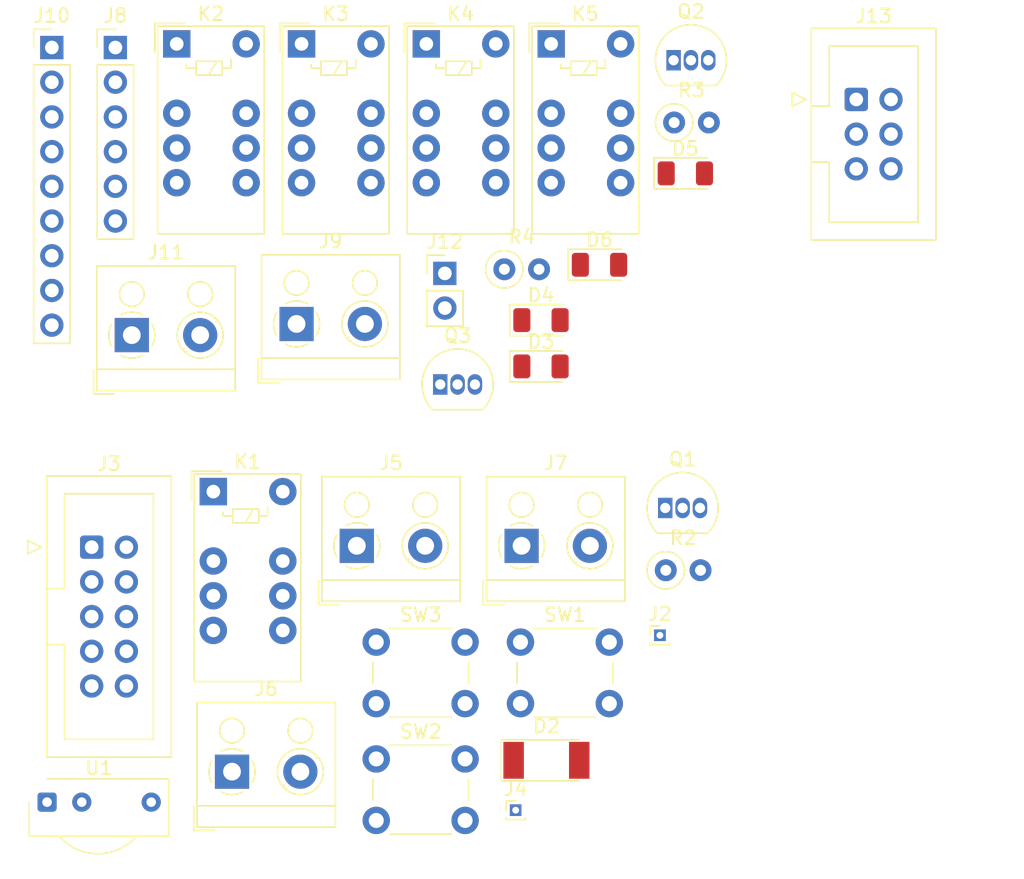
<source format=kicad_pcb>
(kicad_pcb (version 20211014) (generator pcbnew)
  (layers (0 "F.Cu" signal) (31 "B.Cu" signal) (34 "B.Paste" user) (35 "F.Paste" user) (36 "B.SilkS" user "B.Silkscreen") (37 "F.SilkS" user "F.Silkscreen") (38 "B.Mask" user) (39 "F.Mask" user) (44 "Edge.Cuts" user))
  (net 0 "")
  (net 1 "Net-(D2-Pad2)")
  (net 2 "/control_board/5V_RPI")
  (net 3 "Net-(D3-Pad2)")
  (net 4 "/out_selector_and_mute/5V_SWITCH")
  (net 5 "Net-(D5-Pad2)")
  (net 6 "/control_board/GPIO22")
  (net 7 "/control_board/GPIO27")
  (net 8 "/control_board/GPIO18")
  (net 9 "/control_board/GPIO15")
  (net 10 "/control_board/GPIO9")
  (net 11 "/control_board/GPIO23")
  (net 12 "/control_board/GPIO17")
  (net 13 "GND")
  (net 14 "Net-(J6-Pad2)")
  (net 15 "Net-(J7-Pad2)")
  (net 16 "Net-(J7-Pad1)")
  (net 17 "Net-(Q1-Pad2)")
  (net 18 "Net-(Q2-Pad2)")
  (net 19 "Net-(Q3-Pad2)")
  (footprint "Diode_SMD:D_MELF" (layer "F.Cu") (at 135.89 110.49)
    (fp_text reference "D2" (at 0 -2.5) (layer "F.SilkS"))
    (fp_text value "1N4004")
    (fp_line (start 2.4 -1.5) (end -3.3 -1.5) (layer "F.SilkS") (width 0.12))
    (fp_line (start -3.3 -1.5) (end -3.3 1.5) (layer "F.SilkS") (width 0.12))
    (fp_line (start -3.3 1.5) (end 2.4 1.5) (layer "F.SilkS") (width 0.12))
    (pad "1" smd rect locked (at -2.4 0) (size 1.5 2.7) (layers "F.Cu" "F.Paste" "F.Mask") (net 2 "/control_board/5V_RPI"))
    (pad "2" smd rect locked (at 2.4 0) (size 1.5 2.7) (layers "F.Cu" "F.Paste" "F.Mask") (net 1 "Net-(D2-Pad2)"))
  )
  (footprint "Diode_SMD:D_1206_3216Metric" (layer "F.Cu") (at 135.49 81.66)
    (fp_text reference "D3" (at 0 -1.82) (layer "F.SilkS"))
    (fp_text value "1N4004")
    (fp_line (start -2.285 1.135) (end 1.6 1.135) (layer "F.SilkS") (width 0.12))
    (fp_line (start 1.6 -1.135) (end -2.285 -1.135) (layer "F.SilkS") (width 0.12))
    (fp_line (start -2.285 -1.135) (end -2.285 1.135) (layer "F.SilkS") (width 0.12))
    (pad "1" smd roundrect locked (at -1.4 0) (size 1.25 1.75) (layers "F.Cu" "F.Paste" "F.Mask") (roundrect_rratio 0.2) (net 4 "/out_selector_and_mute/5V_SWITCH"))
    (pad "2" smd roundrect locked (at 1.4 0) (size 1.25 1.75) (layers "F.Cu" "F.Paste" "F.Mask") (roundrect_rratio 0.2) (net 3 "Net-(D3-Pad2)"))
  )
  (footprint "Diode_SMD:D_1206_3216Metric" (layer "F.Cu") (at 135.49 78.27)
    (fp_text reference "D4" (at 0 -1.82) (layer "F.SilkS"))
    (fp_text value "1N4004")
    (fp_line (start -2.285 -1.135) (end -2.285 1.135) (layer "F.SilkS") (width 0.12))
    (fp_line (start -2.285 1.135) (end 1.6 1.135) (layer "F.SilkS") (width 0.12))
    (fp_line (start 1.6 -1.135) (end -2.285 -1.135) (layer "F.SilkS") (width 0.12))
    (pad "1" smd roundrect locked (at -1.4 0) (size 1.25 1.75) (layers "F.Cu" "F.Paste" "F.Mask") (roundrect_rratio 0.2) (net 4 "/out_selector_and_mute/5V_SWITCH"))
    (pad "2" smd roundrect locked (at 1.4 0) (size 1.25 1.75) (layers "F.Cu" "F.Paste" "F.Mask") (roundrect_rratio 0.2) (net 3 "Net-(D3-Pad2)"))
  )
  (footprint "Diode_SMD:D_1206_3216Metric" (layer "F.Cu") (at 146.05 67.53)
    (fp_text reference "D5" (at 0 -1.82) (layer "F.SilkS"))
    (fp_text value "1N4004")
    (fp_line (start -2.285 -1.135) (end -2.285 1.135) (layer "F.SilkS") (width 0.12))
    (fp_line (start 1.6 -1.135) (end -2.285 -1.135) (layer "F.SilkS") (width 0.12))
    (fp_line (start -2.285 1.135) (end 1.6 1.135) (layer "F.SilkS") (width 0.12))
    (pad "1" smd roundrect locked (at -1.4 0) (size 1.25 1.75) (layers "F.Cu" "F.Paste" "F.Mask") (roundrect_rratio 0.2) (net 4 "/out_selector_and_mute/5V_SWITCH"))
    (pad "2" smd roundrect locked (at 1.4 0) (size 1.25 1.75) (layers "F.Cu" "F.Paste" "F.Mask") (roundrect_rratio 0.2) (net 5 "Net-(D5-Pad2)"))
  )
  (footprint "Diode_SMD:D_1206_3216Metric" (layer "F.Cu") (at 139.77 74.22)
    (fp_text reference "D6" (at 0 -1.82) (layer "F.SilkS"))
    (fp_text value "1N4004")
    (fp_line (start -2.285 1.135) (end 1.6 1.135) (layer "F.SilkS") (width 0.12))
    (fp_line (start -2.285 -1.135) (end -2.285 1.135) (layer "F.SilkS") (width 0.12))
    (fp_line (start 1.6 -1.135) (end -2.285 -1.135) (layer "F.SilkS") (width 0.12))
    (pad "1" smd roundrect locked (at -1.4 0) (size 1.25 1.75) (layers "F.Cu" "F.Paste" "F.Mask") (roundrect_rratio 0.2) (net 4 "/out_selector_and_mute/5V_SWITCH"))
    (pad "2" smd roundrect locked (at 1.4 0) (size 1.25 1.75) (layers "F.Cu" "F.Paste" "F.Mask") (roundrect_rratio 0.2) (net 5 "Net-(D5-Pad2)"))
  )
  (footprint "Connector_PinHeader_1.00mm:PinHeader_1x01_P1.00mm_Vertical" (layer "F.Cu") (at 144.19 101.34)
    (fp_text reference "J2" (at 0 -1.56) (layer "F.SilkS"))
    (fp_text value "GPIO_To_Power_off_btn")
    (fp_line (start 0.695 0.685) (end 0.695 0.56) (layer "F.SilkS") (width 0.12))
    (fp_line (start -0.695 0.685) (end -0.695 0.56) (layer "F.SilkS") (width 0.12))
    (fp_line (start -0.695 -0.685) (end 0 -0.685) (layer "F.SilkS") (width 0.12))
    (fp_line (start 0.608276 0.685) (end 0.695 0.685) (layer "F.SilkS") (width 0.12))
    (fp_line (start -0.695 0.685) (end 0.695 0.685) (layer "F.SilkS") (width 0.12))
    (fp_line (start -0.695 0.685) (end -0.608276 0.685) (layer "F.SilkS") (width 0.12))
    (fp_line (start -0.695 0) (end -0.695 -0.685) (layer "F.SilkS") (width 0.12))
    (pad "1" thru_hole rect locked (at 0 0) (size 0.85 0.85) (drill 0.5) (layers *.Cu *.Mask) (net 6 "/control_board/GPIO22"))
  )
  (footprint "Connector_IDC:IDC-Header_2x05_P2.54mm_Vertical" (layer "F.Cu") (at 102.625 94.89)
    (fp_text reference "J3" (at 1.27 -6.1) (layer "F.SilkS"))
    (fp_text value "To_RPI_GPIO")
    (fp_line (start -1.98 7.13) (end -3.29 7.13) (layer "F.SilkS") (width 0.12))
    (fp_line (start -4.68 0.5) (end -3.68 0) (layer "F.SilkS") (width 0.12))
    (fp_line (start -3.29 3.03) (end -1.98 3.03) (layer "F.SilkS") (width 0.12))
    (fp_line (start -1.98 14.07) (end -1.98 7.13) (layer "F.SilkS") (width 0.12))
    (fp_line (start -1.98 7.13) (end -1.98 7.13) (layer "F.SilkS") (width 0.12))
    (fp_line (start -1.98 -3.91) (end 4.52 -3.91) (layer "F.SilkS") (width 0.12))
    (fp_line (start -3.68 0) (end -4.68 -0.5) (layer "F.SilkS") (width 0.12))
    (fp_line (start 4.52 -3.91) (end 4.52 14.07) (layer "F.SilkS") (width 0.12))
    (fp_line (start -3.29 15.37) (end -3.29 -5.21) (layer "F.SilkS") (width 0.12))
    (fp_line (start 5.83 -5.21) (end 5.83 15.37) (layer "F.SilkS") (width 0.12))
    (fp_line (start -4.68 -0.5) (end -4.68 0.5) (layer "F.SilkS") (width 0.12))
    (fp_line (start -1.98 3.03) (end -1.98 -3.91) (layer "F.SilkS") (width 0.12))
    (fp_line (start 5.83 15.37) (end -3.29 15.37) (layer "F.SilkS") (width 0.12))
    (fp_line (start 4.52 14.07) (end -1.98 14.07) (layer "F.SilkS") (width 0.12))
    (fp_line (start -3.29 -5.21) (end 5.83 -5.21) (layer "F.SilkS") (width 0.12))
    (pad "1" thru_hole roundrect locked (at 0 0) (size 1.7 1.7) (drill 1) (layers *.Cu *.Mask) (roundrect_rratio 0.147059) (net 13 "GND"))
    (pad "2" thru_hole circle locked (at 2.54 0) (size 1.7 1.7) (drill 1) (layers *.Cu *.Mask) (net 9 "/control_board/GPIO15"))
    (pad "3" thru_hole circle locked (at 0 2.54) (size 1.7 1.7) (drill 1) (layers *.Cu *.Mask) (net 12 "/control_board/GPIO17"))
    (pad "4" thru_hole circle locked (at 2.54 2.54) (size 1.7 1.7) (drill 1) (layers *.Cu *.Mask) (net 8 "/control_board/GPIO18"))
    (pad "5" thru_hole circle locked (at 0 5.08) (size 1.7 1.7) (drill 1) (layers *.Cu *.Mask))
    (pad "6" thru_hole circle locked (at 2.54 5.08) (size 1.7 1.7) (drill 1) (layers *.Cu *.Mask) (net 7 "/control_board/GPIO27"))
    (pad "7" thru_hole circle locked (at 0 7.62) (size 1.7 1.7) (drill 1) (layers *.Cu *.Mask) (net 11 "/control_board/GPIO23"))
    (pad "8" thru_hole circle locked (at 2.54 7.62) (size 1.7 1.7) (drill 1) (layers *.Cu *.Mask) (net 6 "/control_board/GPIO22"))
    (pad "9" thru_hole circle locked (at 0 10.16) (size 1.7 1.7) (drill 1) (layers *.Cu *.Mask) (net 10 "/control_board/GPIO9"))
    (pad "10" thru_hole circle locked (at 2.54 10.16) (size 1.7 1.7) (drill 1) (layers *.Cu *.Mask))
  )
  (footprint "Connector_PinHeader_1.00mm:PinHeader_1x01_P1.00mm_Vertical" (layer "F.Cu") (at 133.64 114.14)
    (fp_text reference "J4" (at 0 -1.56) (layer "F.SilkS"))
    (fp_text value "GPIO_To_Selector_Brd")
    (fp_line (start 0.608276 0.685) (end 0.695 0.685) (layer "F.SilkS") (width 0.12))
    (fp_line (start -0.695 -0.685) (end 0 -0.685) (layer "F.SilkS") (width 0.12))
    (fp_line (start -0.695 0.685) (end -0.608276 0.685) (layer "F.SilkS") (width 0.12))
    (fp_line (start -0.695 0) (end -0.695 -0.685) (layer "F.SilkS") (width 0.12))
    (fp_line (start 0.695 0.685) (end 0.695 0.56) (layer "F.SilkS") (width 0.12))
    (fp_line (start -0.695 0.685) (end -0.695 0.56) (layer "F.SilkS") (width 0.12))
    (fp_line (start -0.695 0.685) (end 0.695 0.685) (layer "F.SilkS") (width 0.12))
    (pad "1" thru_hole rect locked (at 0 0) (size 0.85 0.85) (drill 0.5) (layers *.Cu *.Mask) (net 10 "/control_board/GPIO9"))
  )
  (footprint "TerminalBlock_RND:TerminalBlock_RND_205-00001_1x02_P5.00mm_Horizontal" (layer "F.Cu") (at 122.02 94.79)
    (fp_text reference "J5" (at 2.5 -6.06) (layer "F.SilkS"))
    (fp_text value "POWER_IN")
    (fp_line (start 6.275 -1.069) (end 6.181 -0.976) (layer "F.SilkS") (width 0.12))
    (fp_line (start -2.56 -5.06) (end -2.56 4.06) (layer "F.SilkS") (width 0.12))
    (fp_line (start -2.8 2.56) (end -2.8 4.3) (layer "F.SilkS") (width 0.12))
    (fp_line (start -2.56 -5.06) (end 7.56 -5.06) (layer "F.SilkS") (width 0.12))
    (fp_line (start 6.07 -1.275) (end 6.011 -1.216) (layer "F.SilkS") (width 0.12))
    (fp_line (start -2.56 4.06) (end 7.56 4.06) (layer "F.SilkS") (width 0.12))
    (fp_line (start 3.99 1.216) (end 3.931 1.274) (layer "F.SilkS") (width 0.12))
    (fp_line (start 3.82 0.976) (end 3.726 1.069) (layer "F.SilkS") (width 0.12))
    (fp_line (start -2.56 2.5) (end 7.56 2.5) (layer "F.SilkS") (width 0.12))
    (fp_line (start -2.8 4.3) (end -1.3 4.3) (layer "F.SilkS") (width 0.12))
    (fp_line (start 7.56 -5.06) (end 7.56 4.06) (layer "F.SilkS") (width 0.12))
    (fp_arc (start 0.788712 1.483352) (mid 0.406429 1.630097) (end 0 1.68) (layer "F.SilkS") (width 0.12))
    (fp_arc (start 0.029383 1.68045) (mid -0.392304 1.634281) (end -0.789 1.484) (layer "F.SilkS") (width 0.12))
    (fp_arc (start -1.483953 0.789089) (mid -1.680708 0.00005) (end -1.484 -0.789) (layer "F.SilkS") (width 0.12))
    (fp_arc (start -0.789089 -1.483953) (mid -0.00005 -1.680708) (end 0.789 -1.484) (layer "F.SilkS") (width 0.12))
    (fp_arc (start 1.483953 -0.789089) (mid 1.680708 -0.00005) (end 1.484 0.789) (layer "F.SilkS") (width 0.12))
    (fp_circle (center 0 -3) (end 0.9 -3) (layer "F.SilkS") (width 0.12) (fill none))
    (fp_circle (center 5 -3) (end 5.9 -3) (layer "F.SilkS") (width 0.12) (fill none))
    (fp_circle (center 5 0) (end 6.68 0) (layer "F.SilkS") (width 0.12) (fill none))
    (pad "1" thru_hole rect locked (at 0 0) (size 2.5 2.5) (drill 1.3) (layers *.Cu *.Mask) (net 13 "GND"))
    (pad "2" thru_hole circle locked (at 5 0) (size 2.5 2.5) (drill 1.3) (layers *.Cu *.Mask) (net 2 "/control_board/5V_RPI"))
  )
  (footprint "TerminalBlock_RND:TerminalBlock_RND_205-00001_1x02_P5.00mm_Horizontal" (layer "F.Cu") (at 112.89 111.32)
    (fp_text reference "J6" (at 2.5 -6.06) (layer "F.SilkS"))
    (fp_text value "POWER_OUT")
    (fp_line (start -2.56 -5.06) (end -2.56 4.06) (layer "F.SilkS") (width 0.12))
    (fp_line (start -2.8 2.56) (end -2.8 4.3) (layer "F.SilkS") (width 0.12))
    (fp_line (start 3.82 0.976) (end 3.726 1.069) (layer "F.SilkS") (width 0.12))
    (fp_line (start 6.275 -1.069) (end 6.181 -0.976) (layer "F.SilkS") (width 0.12))
    (fp_line (start -2.56 4.06) (end 7.56 4.06) (layer "F.SilkS") (width 0.12))
    (fp_line (start 7.56 -5.06) (end 7.56 4.06) (layer "F.SilkS") (width 0.12))
    (fp_line (start -2.56 2.5) (end 7.56 2.5) (layer "F.SilkS") (width 0.12))
    (fp_line (start 6.07 -1.275) (end 6.011 -1.216) (layer "F.SilkS") (width 0.12))
    (fp_line (start -2.8 4.3) (end -1.3 4.3) (layer "F.SilkS") (width 0.12))
    (fp_line (start 3.99 1.216) (end 3.931 1.274) (layer "F.SilkS") (width 0.12))
    (fp_line (start -2.56 -5.06) (end 7.56 -5.06) (layer "F.SilkS") (width 0.12))
    (fp_arc (start 1.483953 -0.789089) (mid 1.680708 -0.00005) (end 1.484 0.789) (layer "F.SilkS") (width 0.12))
    (fp_arc (start 0.029383 1.68045) (mid -0.392304 1.634281) (end -0.789 1.484) (layer "F.SilkS") (width 0.12))
    (fp_arc (start -0.789089 -1.483953) (mid -0.00005 -1.680708) (end 0.789 -1.484) (layer "F.SilkS") (width 0.12))
    (fp_arc (start 0.788712 1.483352) (mid 0.406429 1.630097) (end 0 1.68) (layer "F.SilkS") (width 0.12))
    (fp_arc (start -1.483953 0.789089) (mid -1.680708 0.00005) (end -1.484 -0.789) (layer "F.SilkS") (width 0.12))
    (fp_circle (center 5 0) (end 6.68 0) (layer "F.SilkS") (width 0.12) (fill none))
    (fp_circle (center 0 -3) (end 0.9 -3) (layer "F.SilkS") (width 0.12) (fill none))
    (fp_circle (center 5 -3) (end 5.9 -3) (layer "F.SilkS") (width 0.12) (fill none))
    (pad "1" thru_hole rect locked (at 0 0) (size 2.5 2.5) (drill 1.3) (layers *.Cu *.Mask) (net 13 "GND"))
    (pad "2" thru_hole circle locked (at 5 0) (size 2.5 2.5) (drill 1.3) (layers *.Cu *.Mask) (net 14 "Net-(J6-Pad2)"))
  )
  (footprint "TerminalBlock_RND:TerminalBlock_RND_205-00001_1x02_P5.00mm_Horizontal" (layer "F.Cu") (at 134.07 94.79)
    (fp_text reference "J7" (at 2.5 -6.06) (layer "F.SilkS"))
    (fp_text value "220_IN_OUT")
    (fp_line (start -2.8 4.3) (end -1.3 4.3) (layer "F.SilkS") (width 0.12))
    (fp_line (start -2.8 2.56) (end -2.8 4.3) (layer "F.SilkS") (width 0.12))
    (fp_line (start -2.56 4.06) (end 7.56 4.06) (layer "F.SilkS") (width 0.12))
    (fp_line (start -2.56 2.5) (end 7.56 2.5) (layer "F.SilkS") (width 0.12))
    (fp_line (start -2.56 -5.06) (end -2.56 4.06) (layer "F.SilkS") (width 0.12))
    (fp_line (start 7.56 -5.06) (end 7.56 4.06) (layer "F.SilkS") (width 0.12))
    (fp_line (start 6.07 -1.275) (end 6.011 -1.216) (layer "F.SilkS") (width 0.12))
    (fp_line (start -2.56 -5.06) (end 7.56 -5.06) (layer "F.SilkS") (width 0.12))
    (fp_line (start 6.275 -1.069) (end 6.181 -0.976) (layer "F.SilkS") (width 0.12))
    (fp_line (start 3.82 0.976) (end 3.726 1.069) (layer "F.SilkS") (width 0.12))
    (fp_line (start 3.99 1.216) (end 3.931 1.274) (layer "F.SilkS") (width 0.12))
    (fp_arc (start -0.789089 -1.483953) (mid -0.00005 -1.680708) (end 0.789 -1.484) (layer "F.SilkS") (width 0.12))
    (fp_arc (start 0.788712 1.483352) (mid 0.406429 1.630097) (end 0 1.68) (layer "F.SilkS") (width 0.12))
    (fp_arc (start -1.483953 0.789089) (mid -1.680708 0.00005) (end -1.484 -0.789) (layer "F.SilkS") (width 0.12))
    (fp_arc (start 0.029383 1.68045) (mid -0.392304 1.634281) (end -0.789 1.484) (layer "F.SilkS") (width 0.12))
    (fp_arc (start 1.483953 -0.789089) (mid 1.680708 -0.00005) (end 1.484 0.789) (layer "F.SilkS") (width 0.12))
    (fp_circle (center 0 -3) (end 0.9 -3) (layer "F.SilkS") (width 0.12) (fill none))
    (fp_circle (center 5 -3) (end 5.9 -3) (layer "F.SilkS") (width 0.12) (fill none))
    (fp_circle (center 5 0) (end 6.68 0) (layer "F.SilkS") (width 0.12) (fill none))
    (pad "1" thru_hole rect locked (at 0 0) (size 2.5 2.5) (drill 1.3) (layers *.Cu *.Mask) (net 16 "Net-(J7-Pad1)"))
    (pad "2" thru_hole circle locked (at 5 0) (size 2.5 2.5) (drill 1.3) (layers *.Cu *.Mask) (net 15 "Net-(J7-Pad2)"))
  )
  (footprint "Connector_PinHeader_2.54mm:PinHeader_1x06_P2.54mm_Vertical" (layer "F.Cu") (at 104.36 58.32)
    (fp_text reference "J8" (at 0 -2.33) (layer "F.SilkS"))
    (fp_text value "Mute_dac")
    (fp_line (start -1.33 1.27) (end -1.33 14.03) (layer "F.SilkS") (width 0.12))
    (fp_line (start -1.33 1.27) (end 1.33 1.27) (layer "F.SilkS") (width 0.12))
    (fp_line (start -1.33 0) (end -1.33 -1.33) (layer "F.SilkS") (width 0.12))
    (fp_line (start -1.33 -1.33) (end 0 -1.33) (layer "F.SilkS") (width 0.12))
    (fp_line (start 1.33 1.27) (end 1.33 14.03) (layer "F.SilkS") (width 0.12))
    (fp_line (start -1.33 14.03) (end 1.33 14.03) (layer "F.SilkS") (width 0.12))
    (pad "1" thru_hole rect locked (at 0 0) (size 1.7 1.7) (drill 1) (layers *.Cu *.Mask))
    (pad "2" thru_hole oval locked (at 0 2.54) (size 1.7 1.7) (drill 1) (layers *.Cu *.Mask))
    (pad "3" thru_hole oval locked (at 0 5.08) (size 1.7 1.7) (drill 1) (layers *.Cu *.Mask))
    (pad "4" thru_hole oval locked (at 0 7.62) (size 1.7 1.7) (drill 1) (layers *.Cu *.Mask))
    (pad "5" thru_hole oval locked (at 0 10.16) (size 1.7 1.7) (drill 1) (layers *.Cu *.Mask))
    (pad "6" thru_hole oval locked (at 0 12.7) (size 1.7 1.7) (drill 1) (layers *.Cu *.Mask))
  )
  (footprint "TerminalBlock_RND:TerminalBlock_RND_205-00001_1x02_P5.00mm_Horizontal" (layer "F.Cu") (at 117.61 78.55)
    (fp_text reference "J9" (at 2.5 -6.06) (layer "F.SilkS"))
    (fp_text value "PWR_From_Control_Brd")
    (fp_line (start -2.56 -5.06) (end -2.56 4.06) (layer "F.SilkS") (width 0.12))
    (fp_line (start -2.56 4.06) (end 7.56 4.06) (layer "F.SilkS") (width 0.12))
    (fp_line (start 3.99 1.216) (end 3.931 1.274) (layer "F.SilkS") (width 0.12))
    (fp_line (start 6.07 -1.275) (end 6.011 -1.216) (layer "F.SilkS") (width 0.12))
    (fp_line (start -2.56 2.5) (end 7.56 2.5) (layer "F.SilkS") (width 0.12))
    (fp_line (start -2.56 -5.06) (end 7.56 -5.06) (layer "F.SilkS") (width 0.12))
    (fp_line (start -2.8 4.3) (end -1.3 4.3) (layer "F.SilkS") (width 0.12))
    (fp_line (start -2.8 2.56) (end -2.8 4.3) (layer "F.SilkS") (width 0.12))
    (fp_line (start 6.275 -1.069) (end 6.181 -0.976) (layer "F.SilkS") (width 0.12))
    (fp_line (start 7.56 -5.06) (end 7.56 4.06) (layer "F.SilkS") (width 0.12))
    (fp_line (start 3.82 0.976) (end 3.726 1.069) (layer "F.SilkS") (width 0.12))
    (fp_arc (start -1.483953 0.789089) (mid -1.680708 0.00005) (end -1.484 -0.789) (layer "F.SilkS") (width 0.12))
    (fp_arc (start 1.483953 -0.789089) (mid 1.680708 -0.00005) (end 1.484 0.789) (layer "F.SilkS") (width 0.12))
    (fp_arc (start -0.789089 -1.483953) (mid -0.00005 -1.680708) (end 0.789 -1.484) (layer "F.SilkS") (width 0.12))
    (fp_arc (start 0.788712 1.483352) (mid 0.406429 1.630097) (end 0 1.68) (layer "F.SilkS") (width 0.12))
    (fp_arc (start 0.029383 1.68045) (mid -0.392304 1.634281) (end -0.789 1.484) (layer "F.SilkS") (width 0.12))
    (fp_circle (center 5 -3) (end 5.9 -3) (layer "F.SilkS") (width 0.12) (fill none))
    (fp_circle (center 5 0) (end 6.68 0) (layer "F.SilkS") (width 0.12) (fill none))
    (fp_circle (center 0 -3) (end 0.9 -3) (layer "F.SilkS") (width 0.12) (fill none))
    (pad "1" thru_hole rect locked (at 0 0) (size 2.5 2.5) (drill 1.3) (layers *.Cu *.Mask) (net 4 "/out_selector_and_mute/5V_SWITCH"))
    (pad "2" thru_hole circle locked (at 5 0) (size 2.5 2.5) (drill 1.3) (layers *.Cu *.Mask) (net 13 "GND"))
  )
  (footprint "Connector_PinHeader_2.54mm:PinHeader_1x09_P2.54mm_Vertical" (layer "F.Cu") (at 99.71 58.32)
    (fp_text reference "J10" (at 0 -2.33) (layer "F.SilkS"))
    (fp_text value "Audio_Out")
    (fp_line (start -1.33 0) (end -1.33 -1.33) (layer "F.SilkS") (width 0.12))
    (fp_line (start -1.33 1.27) (end 1.33 1.27) (layer "F.SilkS") (width 0.12))
    (fp_line (start -1.33 21.65) (end 1.33 21.65) (layer "F.SilkS") (width 0.12))
    (fp_line (start -1.33 1.27) (end -1.33 21.65) (layer "F.SilkS") (width 0.12))
    (fp_line (start -1.33 -1.33) (end 0 -1.33) (layer "F.SilkS") (width 0.12))
    (fp_line (start 1.33 1.27) (end 1.33 21.65) (layer "F.SilkS") (width 0.12))
    (pad "1" thru_hole rect locked (at 0 0) (size 1.7 1.7) (drill 1) (layers *.Cu *.Mask))
    (pad "2" thru_hole oval locked (at 0 2.54) (size 1.7 1.7) (drill 1) (layers *.Cu *.Mask))
    (pad "3" thru_hole oval locked (at 0 5.08) (size 1.7 1.7) (drill 1) (layers *.Cu *.Mask))
    (pad "4" thru_hole oval locked (at 0 7.62) (size 1.7 1.7) (drill 1) (layers *.Cu *.Mask))
    (pad "5" thru_hole oval locked (at 0 10.16) (size 1.7 1.7) (drill 1) (layers *.Cu *.Mask))
    (pad "6" thru_hole oval locked (at 0 12.7) (size 1.7 1.7) (drill 1) (layers *.Cu *.Mask))
    (pad "7" thru_hole oval locked (at 0 15.24) (size 1.7 1.7) (drill 1) (layers *.Cu *.Mask))
    (pad "8" thru_hole oval locked (at 0 17.78) (size 1.7 1.7) (drill 1) (layers *.Cu *.Mask))
    (pad "9" thru_hole oval locked (at 0 20.32) (size 1.7 1.7) (drill 1) (layers *.Cu *.Mask))
  )
  (footprint "TerminalBlock_RND:TerminalBlock_RND_205-00001_1x02_P5.00mm_Horizontal" (layer "F.Cu") (at 105.56 79.37)
    (fp_text reference "J11" (at 2.5 -6.06) (layer "F.SilkS"))
    (fp_text value "PWR_To_Display_BLK")
    (fp_line (start 3.82 0.976) (end 3.726 1.069) (layer "F.SilkS") (width 0.12))
    (fp_line (start 6.07 -1.275) (end 6.011 -1.216) (layer "F.SilkS") (width 0.12))
    (fp_line (start -2.56 2.5) (end 7.56 2.5) (layer "F.SilkS") (width 0.12))
    (fp_line (start 3.99 1.216) (end 3.931 1.274) (layer "F.SilkS") (width 0.12))
    (fp_line (start -2.56 -5.06) (end 7.56 -5.06) (layer "F.SilkS") (width 0.12))
    (fp_line (start -2.56 -5.06) (end -2.56 4.06) (layer "F.SilkS") (width 0.12))
    (fp_line (start -2.8 4.3) (end -1.3 4.3) (layer "F.SilkS") (width 0.12))
    (fp_line (start -2.56 4.06) (end 7.56 4.06) (layer "F.SilkS") (width 0.12))
    (fp_line (start 6.275 -1.069) (end 6.181 -0.976) (layer "F.SilkS") (width 0.12))
    (fp_line (start 7.56 -5.06) (end 7.56 4.06) (layer "F.SilkS") (width 0.12))
    (fp_line (start -2.8 2.56) (end -2.8 4.3) (layer "F.SilkS") (width 0.12))
    (fp_arc (start -0.789089 -1.483953) (mid -0.00005 -1.680708) (end 0.789 -1.484) (layer "F.SilkS") (width 0.12))
    (fp_arc (start -1.483953 0.789089) (mid -1.680708 0.00005) (end -1.484 -0.789) (layer "F.SilkS") (width 0.12))
    (fp_arc (start 0.029383 1.68045) (mid -0.392304 1.634281) (end -0.789 1.484) (layer "F.SilkS") (width 0.12))
    (fp_arc (start 1.483953 -0.789089) (mid 1.680708 -0.00005) (end 1.484 0.789) (layer "F.SilkS") (width 0.12))
    (fp_arc (start 0.788712 1.483352) (mid 0.406429 1.630097) (end 0 1.68) (layer "F.SilkS") (width 0.12))
    (fp_circle (center 5 0) (end 6.68 0) (layer "F.SilkS") (width 0.12) (fill none))
    (fp_circle (center 5 -3) (end 5.9 -3) (layer "F.SilkS") (width 0.12) (fill none))
    (fp_circle (center 0 -3) (end 0.9 -3) (layer "F.SilkS") (width 0.12) (fill none))
    (pad "1" thru_hole rect locked (at 0 0) (size 2.5 2.5) (drill 1.3) (layers *.Cu *.Mask) (net 4 "/out_selector_and_mute/5V_SWITCH"))
    (pad "2" thru_hole circle locked (at 5 0) (size 2.5 2.5) (drill 1.3) (layers *.Cu *.Mask) (net 13 "GND"))
  )
  (footprint "Connector_PinHeader_2.54mm:PinHeader_1x02_P2.54mm_Vertical" (layer "F.Cu") (at 128.46 74.85)
    (fp_text reference "J12" (at 0 -2.33) (layer "F.SilkS"))
    (fp_text value "Drive_GPIO")
    (fp_line (start -1.33 1.27) (end -1.33 3.87) (layer "F.SilkS") (width 0.12))
    (fp_line (start -1.33 -1.33) (end 0 -1.33) (layer "F.SilkS") (width 0.12))
    (fp_line (start -1.33 1.27) (end 1.33 1.27) (layer "F.SilkS") (width 0.12))
    (fp_line (start -1.33 0) (end -1.33 -1.33) (layer "F.SilkS") (width 0.12))
    (fp_line (start -1.33 3.87) (end 1.33 3.87) (layer "F.SilkS") (width 0.12))
    (fp_line (start 1.33 1.27) (end 1.33 3.87) (layer "F.SilkS") (width 0.12))
    (pad "1" thru_hole rect locked (at 0 0) (size 1.7 1.7) (drill 1) (layers *.Cu *.Mask))
    (pad "2" thru_hole oval locked (at 0 2.54) (size 1.7 1.7) (drill 1) (layers *.Cu *.Mask))
  )
  (footprint "Connector_IDC:IDC-Header_2x03_P2.54mm_Vertical" (layer "F.Cu") (at 158.555 62.12)
    (fp_text reference "J13" (at 1.27 -6.1) (layer "F.SilkS"))
    (fp_text value "Female_IDC_02x03_Odd_Even")
    (fp_line (start -4.68 0.5) (end -3.68 0) (layer "F.SilkS") (width 0.12))
    (fp_line (start -3.29 0.49) (end -1.98 0.49) (layer "F.SilkS") (width 0.12))
    (fp_line (start -1.98 4.59) (end -1.98 4.59) (layer "F.SilkS") (width 0.12))
    (fp_line (start -1.98 8.99) (end -1.98 4.59) (layer "F.SilkS") (width 0.12))
    (fp_line (start 4.52 -3.91) (end 4.52 8.99) (layer "F.SilkS") (width 0.12))
    (fp_line (start -1.98 4.59) (end -3.29 4.59) (layer "F.SilkS") (width 0.12))
    (fp_line (start -3.68 0) (end -4.68 -0.5) (layer "F.SilkS") (width 0.12))
    (fp_line (start -3.29 -5.21) (end 5.83 -5.21) (layer "F.SilkS") (width 0.12))
    (fp_line (start -1.98 -3.91) (end 4.52 -3.91) (layer "F.SilkS") (width 0.12))
    (fp_line (start -1.98 0.49) (end -1.98 -3.91) (layer "F.SilkS") (width 0.12))
    (fp_line (start 5.83 10.29) (end -3.29 10.29) (layer "F.SilkS") (width 0.12))
    (fp_line (start -3.29 10.29) (end -3.29 -5.21) (layer "F.SilkS") (width 0.12))
    (fp_line (start 4.52 8.99) (end -1.98 8.99) (layer "F.SilkS") (width 0.12))
    (fp_line (start -4.68 -0.5) (end -4.68 0.5) (layer "F.SilkS") (width 0.12))
    (fp_line (start 5.83 -5.21) (end 5.83 10.29) (layer "F.SilkS") (width 0.12))
    (pad "1" thru_hole roundrect locked (at 0 0) (size 1.7 1.7) (drill 1) (layers *.Cu *.Mask) (roundrect_rratio 0.147059))
    (pad "2" thru_hole circle locked (at 2.54 0) (size 1.7 1.7) (drill 1) (layers *.Cu *.Mask) (net 13 "GND"))
    (pad "3" thru_hole circle locked (at 0 2.54) (size 1.7 1.7) (drill 1) (layers *.Cu *.Mask))
    (pad "4" thru_hole circle locked (at 2.54 2.54) (size 1.7 1.7) (drill 1) (layers *.Cu *.Mask))
    (pad "5" thru_hole circle locked (at 0 5.08) (size 1.7 1.7) (drill 1) (layers *.Cu *.Mask))
    (pad "6" thru_hole circle locked (at 2.54 5.08) (size 1.7 1.7) (drill 1) (layers *.Cu *.Mask))
  )
  (footprint "Relay_THT:Relay_DPDT_Omron_G6S-2" (layer "F.Cu") (at 111.525 90.825)
    (fp_text reference "K1" (at 2.5 -2.2) (layer "F.SilkS"))
    (fp_text value "G6S-2")
    (fp_line (start -1.4 -1.3) (end 6.4 -1.3) (layer "F.SilkS") (width 0.12))
    (fp_line (start 3.962 1.143) (end 3.962 1.778) (layer "F.SilkS") (width 0.12))
    (fp_line (start 1.422 2.286) (end 3.327 2.286) (layer "F.SilkS") (width 0.12))
    (fp_line (start -1.6 0.6) (end -1.6 -1.5) (layer "F.SilkS") (width 0.12))
    (fp_line (start -1.6 -1.5) (end 0.6 -1.5) (layer "F.SilkS") (width 0.12))
    (fp_line (start 0.7 1.778) (end 1.422 1.778) (layer "F.SilkS") (width 0.12))
    (fp_line (start 3.962 1.778) (end 3.327 1.778) (layer "F.SilkS") (width 0.12))
    (fp_line (start 3.327 1.27) (end 3.327 2.286) (layer "F.SilkS") (width 0.12))
    (fp_line (start 1.422 1.27) (end 1.422 2.286) (layer "F.SilkS") (width 0.12))
    (fp_line (start 6.4 13.9) (end -1.4 13.9) (layer "F.SilkS") (width 0.12))
    (fp_line (start 2.946 1.27) (end 2.311 2.286) (layer "F.SilkS") (width 0.12))
    (fp_line (start 0.7 1.5) (end 0.7 1.778) (layer "F.SilkS") (width 0.12))
    (fp_line (start -1.4 13.9) (end -1.4 -1.3) (layer "F.SilkS") (width 0.12))
    (fp_line (start 3.327 1.27) (end 1.422 1.27) (layer "F.SilkS") (width 0.12))
    (fp_line (start 6.4 -1.3) (end 6.4 13.9) (layer "F.SilkS") (width 0.12))
    (pad "1" thru_hole rect locked (at 0 0) (size 2 2) (drill 1) (layers *.Cu *.Mask) (net 2 "/control_board/5V_RPI"))
    (pad "3" thru_hole circle locked (at 0 5.08) (size 2 2) (drill 1) (layers *.Cu *.Mask))
    (pad "4" thru_hole circle locked (at 0 7.62 270) (size 2 2) (drill 1) (layers *.Cu *.Mask))
    (pad "5" thru_hole circle locked (at 0 10.16) (size 2 2) (drill 1) (layers *.Cu *.Mask) (net 14 "Net-(J6-Pad2)"))
    (pad "8" thru_hole circle locked (at 5.08 10.16) (size 2 2) (drill 1) (layers *.Cu *.Mask) (net 15 "Net-(J7-Pad2)"))
    (pad "9" thru_hole circle locked (at 5.08 7.62 270) (size 2 2) (drill 1) (layers *.Cu *.Mask) (net 16 "Net-(J7-Pad1)"))
    (pad "10" thru_hole circle locked (at 5.08 5.08) (size 2 2) (drill 1) (layers *.Cu *.Mask))
    (pad "12" thru_hole circle locked (at 5.08 0) (size 2 2) (drill 1) (layers *.Cu *.Mask) (net 1 "Net-(D2-Pad2)"))
  )
  (footprint "Relay_THT:Relay_DPDT_Omron_G6S-2" (layer "F.Cu") (at 108.845 58.055)
    (fp_text reference "K2" (at 2.5 -2.2) (layer "F.SilkS"))
    (fp_text value "G6S-2")
    (fp_line (start -1.4 -1.3) (end 6.4 -1.3) (layer "F.SilkS") (width 0.12))
    (fp_line (start 3.962 1.143) (end 3.962 1.778) (layer "F.SilkS") (width 0.12))
    (fp_line (start 2.946 1.27) (end 2.311 2.286) (layer "F.SilkS") (width 0.12))
    (fp_line (start -1.6 0.6) (end -1.6 -1.5) (layer "F.SilkS") (width 0.12))
    (fp_line (start 0.7 1.778) (end 1.422 1.778) (layer "F.SilkS") (width 0.12))
    (fp_line (start 1.422 1.27) (end 1.422 2.286) (layer "F.SilkS") (width 0.12))
    (fp_line (start -1.4 13.9) (end -1.4 -1.3) (layer "F.SilkS") (width 0.12))
    (fp_line (start 3.327 1.27) (end 1.422 1.27) (layer "F.SilkS") (width 0.12))
    (fp_line (start 0.7 1.5) (end 0.7 1.778) (layer "F.SilkS") (width 0.12))
    (fp_line (start 6.4 13.9) (end -1.4 13.9) (layer "F.SilkS") (width 0.12))
    (fp_line (start 3.962 1.778) (end 3.327 1.778) (layer "F.SilkS") (width 0.12))
    (fp_line (start 3.327 1.27) (end 3.327 2.286) (layer "F.SilkS") (width 0.12))
    (fp_line (start 1.422 2.286) (end 3.327 2.286) (layer "F.SilkS") (width 0.12))
    (fp_line (start -1.6 -1.5) (end 0.6 -1.5) (layer "F.SilkS") (width 0.12))
    (fp_line (start 6.4 -1.3) (end 6.4 13.9) (layer "F.SilkS") (width 0.12))
    (pad "1" thru_hole rect locked (at 0 0) (size 2 2) (drill 1) (layers *.Cu *.Mask) (net 4 "/out_selector_and_mute/5V_SWITCH"))
    (pad "3" thru_hole circle locked (at 0 5.08) (size 2 2) (drill 1) (layers *.Cu *.Mask))
    (pad "4" thru_hole circle locked (at 0 7.62 270) (size 2 2) (drill 1) (layers *.Cu *.Mask))
    (pad "5" thru_hole circle locked (at 0 10.16) (size 2 2) (drill 1) (layers *.Cu *.Mask))
    (pad "8" thru_hole circle locked (at 5.08 10.16) (size 2 2) (drill 1) (layers *.Cu *.Mask))
    (pad "9" thru_hole circle locked (at 5.08 7.62 270) (size 2 2) (drill 1) (layers *.Cu *.Mask))
    (pad "10" thru_hole circle locked (at 5.08 5.08) (size 2 2) (drill 1) (layers *.Cu *.Mask))
    (pad "12" thru_hole circle locked (at 5.08 0) (size 2 2) (drill 1) (layers *.Cu *.Mask) (net 3 "Net-(D3-Pad2)"))
  )
  (footprint "Relay_THT:Relay_DPDT_Omron_G6S-2" (layer "F.Cu") (at 117.975 58.055)
    (fp_text reference "K3" (at 2.5 -2.2) (layer "F.SilkS"))
    (fp_text value "G6S-2")
    (fp_line (start 6.4 -1.3) (end 6.4 13.9) (layer "F.SilkS") (width 0.12))
    (fp_line (start 2.946 1.27) (end 2.311 2.286) (layer "F.SilkS") (width 0.12))
    (fp_line (start 3.327 1.27) (end 3.327 2.286) (layer "F.SilkS") (width 0.12))
    (fp_line (start -1.4 13.9) (end -1.4 -1.3) (layer "F.SilkS") (width 0.12))
    (fp_line (start 3.962 1.143) (end 3.962 1.778) (layer "F.SilkS") (width 0.12))
    (fp_line (start -1.6 -1.5) (end 0.6 -1.5) (layer "F.SilkS") (width 0.12))
    (fp_line (start -1.6 0.6) (end -1.6 -1.5) (layer "F.SilkS") (width 0.12))
    (fp_line (start -1.4 -1.3) (end 6.4 -1.3) (layer "F.SilkS") (width 0.12))
    (fp_line (start 1.422 1.27) (end 1.422 2.286) (layer "F.SilkS") (width 0.12))
    (fp_line (start 6.4 13.9) (end -1.4 13.9) (layer "F.SilkS") (width 0.12))
    (fp_line (start 3.327 1.27) (end 1.422 1.27) (layer "F.SilkS") (width 0.12))
    (fp_line (start 0.7 1.5) (end 0.7 1.778) (layer "F.SilkS") (width 0.12))
    (fp_line (start 0.7 1.778) (end 1.422 1.778) (layer "F.SilkS") (width 0.12))
    (fp_line (start 3.962 1.778) (end 3.327 1.778) (layer "F.SilkS") (width 0.12))
    (fp_line (start 1.422 2.286) (end 3.327 2.286) (layer "F.SilkS") (width 0.12))
    (pad "1" thru_hole rect locked (at 0 0) (size 2 2) (drill 1) (layers *.Cu *.Mask) (net 4 "/out_selector_and_mute/5V_SWITCH"))
    (pad "3" thru_hole circle locked (at 0 5.08) (size 2 2) (drill 1) (layers *.Cu *.Mask))
    (pad "4" thru_hole circle locked (at 0 7.62 270) (size 2 2) (drill 1) (layers *.Cu *.Mask))
    (pad "5" thru_hole circle locked (at 0 10.16) (size 2 2) (drill 1) (layers *.Cu *.Mask))
    (pad "8" thru_hole circle locked (at 5.08 10.16) (size 2 2) (drill 1) (layers *.Cu *.Mask))
    (pad "9" thru_hole circle locked (at 5.08 7.62 270) (size 2 2) (drill 1) (layers *.Cu *.Mask))
    (pad "10" thru_hole circle locked (at 5.08 5.08) (size 2 2) (drill 1) (layers *.Cu *.Mask))
    (pad "12" thru_hole circle locked (at 5.08 0) (size 2 2) (drill 1) (layers *.Cu *.Mask) (net 3 "Net-(D3-Pad2)"))
  )
  (footprint "Relay_THT:Relay_DPDT_Omron_G6S-2" (layer "F.Cu") (at 127.105 58.055)
    (fp_text reference "K4" (at 2.5 -2.2) (layer "F.SilkS"))
    (fp_text value "G6S-2")
    (fp_line (start 2.946 1.27) (end 2.311 2.286) (layer "F.SilkS") (width 0.12))
    (fp_line (start 3.962 1.143) (end 3.962 1.778) (layer "F.SilkS") (width 0.12))
    (fp_line (start 0.7 1.5) (end 0.7 1.778) (layer "F.SilkS") (width 0.12))
    (fp_line (start -1.4 13.9) (end -1.4 -1.3) (layer "F.SilkS") (width 0.12))
    (fp_line (start 3.327 1.27) (end 3.327 2.286) (layer "F.SilkS") (width 0.12))
    (fp_line (start 3.327 1.27) (end 1.422 1.27) (layer "F.SilkS") (width 0.12))
    (fp_line (start -1.6 0.6) (end -1.6 -1.5) (layer "F.SilkS") (width 0.12))
    (fp_line (start -1.4 -1.3) (end 6.4 -1.3) (layer "F.SilkS") (width 0.12))
    (fp_line (start 0.7 1.778) (end 1.422 1.778) (layer "F.SilkS") (width 0.12))
    (fp_line (start -1.6 -1.5) (end 0.6 -1.5) (layer "F.SilkS") (width 0.12))
    (fp_line (start 1.422 2.286) (end 3.327 2.286) (layer "F.SilkS") (width 0.12))
    (fp_line (start 6.4 -1.3) (end 6.4 13.9) (layer "F.SilkS") (width 0.12))
    (fp_line (start 1.422 1.27) (end 1.422 2.286) (layer "F.SilkS") (width 0.12))
    (fp_line (start 6.4 13.9) (end -1.4 13.9) (layer "F.SilkS") (width 0.12))
    (fp_line (start 3.962 1.778) (end 3.327 1.778) (layer "F.SilkS") (width 0.12))
    (pad "1" thru_hole rect locked (at 0 0) (size 2 2) (drill 1) (layers *.Cu *.Mask) (net 4 "/out_selector_and_mute/5V_SWITCH"))
    (pad "3" thru_hole circle locked (at 0 5.08) (size 2 2) (drill 1) (layers *.Cu *.Mask))
    (pad "4" thru_hole circle locked (at 0 7.62 270) (size 2 2) (drill 1) (layers *.Cu *.Mask))
    (pad "5" thru_hole circle locked (at 0 10.16) (size 2 2) (drill 1) (layers *.Cu *.Mask))
    (pad "8" thru_hole circle locked (at 5.08 10.16) (size 2 2) (drill 1) (layers *.Cu *.Mask))
    (pad "9" thru_hole circle locked (at 5.08 7.62 270) (size 2 2) (drill 1) (layers *.Cu *.Mask))
    (pad "10" thru_hole circle locked (at 5.08 5.08) (size 2 2) (drill 1) (layers *.Cu *.Mask))
    (pad "12" thru_hole circle locked (at 5.08 0) (size 2 2) (drill 1) (layers *.Cu *.Mask) (net 5 "Net-(D5-Pad2)"))
  )
  (footprint "Relay_THT:Relay_DPDT_Omron_G6S-2" (layer "F.Cu") (at 136.235 58.055)
    (fp_text reference "K5" (at 2.5 -2.2) (layer "F.SilkS"))
    (fp_text value "G6S-2")
    (fp_line (start -1.6 -1.5) (end 0.6 -1.5) (layer "F.SilkS") (width 0.12))
    (fp_line (start 2.946 1.27) (end 2.311 2.286) (layer "F.SilkS") (width 0.12))
    (fp_line (start 3.962 1.143) (end 3.962 1.778) (layer "F.SilkS") (width 0.12))
    (fp_line (start 3.327 1.27) (end 1.422 1.27) (layer "F.SilkS") (width 0.12))
    (fp_line (start 3.962 1.778) (end 3.327 1.778) (layer "F.SilkS") (width 0.12))
    (fp_line (start 1.422 1.27) (end 1.422 2.286) (layer "F.SilkS") (width 0.12))
    (fp_line (start -1.4 -1.3) (end 6.4 -1.3) (layer "F.SilkS") (width 0.12))
    (fp_line (start 3.327 1.27) (end 3.327 2.286) (layer "F.SilkS") (width 0.12))
    (fp_line (start 0.7 1.778) (end 1.422 1.778) (layer "F.SilkS") (width 0.12))
    (fp_line (start 1.422 2.286) (end 3.327 2.286) (layer "F.SilkS") (width 0.12))
    (fp_line (start -1.4 13.9) (end -1.4 -1.3) (layer "F.SilkS") (width 0.12))
    (fp_line (start 6.4 -1.3) (end 6.4 13.9) (layer "F.SilkS") (width 0.12))
    (fp_line (start 6.4 13.9) (end -1.4 13.9) (layer "F.SilkS") (width 0.12))
    (fp_line (start 0.7 1.5) (end 0.7 1.778) (layer "F.SilkS") (width 0.12))
    (fp_line (start -1.6 0.6) (end -1.6 -1.5) (layer "F.SilkS") (width 0.12))
    (pad "1" thru_hole rect locked (at 0 0) (size 2 2) (drill 1) (layers *.Cu *.Mask) (net 4 "/out_selector_and_mute/5V_SWITCH"))
    (pad "3" thru_hole circle locked (at 0 5.08) (size 2 2) (drill 1) (layers *.Cu *.Mask))
    (pad "4" thru_hole circle locked (at 0 7.62 270) (size 2 2) (drill 1) (layers *.Cu *.Mask))
    (pad "5" thru_hole circle locked (at 0 10.16) (size 2 2) (drill 1) (layers *.Cu *.Mask))
    (pad "8" thru_hole circle locked (at 5.08 10.16) (size 2 2) (drill 1) (layers *.Cu *.Mask))
    (pad "9" thru_hole circle locked (at 5.08 7.62 270) (size 2 2) (drill 1) (layers *.Cu *.Mask))
    (pad "10" thru_hole circle locked (at 5.08 5.08) (size 2 2) (drill 1) (layers *.Cu *.Mask))
    (pad "12" thru_hole circle locked (at 5.08 0) (size 2 2) (drill 1) (layers *.Cu *.Mask) (net 5 "Net-(D5-Pad2)"))
  )
  (footprint "Package_TO_SOT_THT:TO-92_Inline" (layer "F.Cu") (at 144.58 92.02)
    (fp_text reference "Q1" (at 1.27 -3.56) (layer "F.SilkS"))
    (fp_text value "BC547")
    (fp_line (start -0.53 1.85) (end 3.07 1.85) (layer "F.SilkS") (width 0.12))
    (fp_arc (start 1.27 -2.6) (mid 3.672087 -0.994977) (end 3.108478 1.838478) (layer "F.SilkS") (width 0.12))
    (fp_arc (start -0.568478 1.838478) (mid -1.132087 -0.994977) (end 1.27 -2.6) (layer "F.SilkS") (width 0.12))
    (pad "1" thru_hole rect locked (at 0 0) (size 1.05 1.5) (drill 0.75) (layers *.Cu *.Mask) (net 1 "Net-(D2-Pad2)"))
    (pad "2" thru_hole oval locked (at 1.27 0) (size 1.05 1.5) (drill 0.75) (layers *.Cu *.Mask) (net 17 "Net-(Q1-Pad2)"))
    (pad "3" thru_hole oval locked (at 2.54 0) (size 1.05 1.5) (drill 0.75) (layers *.Cu *.Mask) (net 13 "GND"))
  )
  (footprint "Package_TO_SOT_THT:TO-92_Inline" (layer "F.Cu") (at 145.19 59.25)
    (fp_text reference "Q2" (at 1.27 -3.56) (layer "F.SilkS"))
    (fp_text value "BC547")
    (fp_line (start -0.53 1.85) (end 3.07 1.85) (layer "F.SilkS") (width 0.12))
    (fp_arc (start 1.27 -2.6) (mid 3.672087 -0.994977) (end 3.108478 1.838478) (layer "F.SilkS") (width 0.12))
    (fp_arc (start -0.568478 1.838478) (mid -1.132087 -0.994977) (end 1.27 -2.6) (layer "F.SilkS") (width 0.12))
    (pad "1" thru_hole rect locked (at 0 0) (size 1.05 1.5) (drill 0.75) (layers *.Cu *.Mask) (net 3 "Net-(D3-Pad2)"))
    (pad "2" thru_hole oval locked (at 1.27 0) (size 1.05 1.5) (drill 0.75) (layers *.Cu *.Mask) (net 18 "Net-(Q2-Pad2)"))
    (pad "3" thru_hole oval locked (at 2.54 0) (size 1.05 1.5) (drill 0.75) (layers *.Cu *.Mask) (net 13 "GND"))
  )
  (footprint "Package_TO_SOT_THT:TO-92_Inline" (layer "F.Cu") (at 128.12 82.98)
    (fp_text reference "Q3" (at 1.27 -3.56) (layer "F.SilkS"))
    (fp_text value "BC547")
    (fp_line (start -0.53 1.85) (end 3.07 1.85) (layer "F.SilkS") (width 0.12))
    (fp_arc (start -0.568478 1.838478) (mid -1.132087 -0.994977) (end 1.27 -2.6) (layer "F.SilkS") (width 0.12))
    (fp_arc (start 1.27 -2.6) (mid 3.672087 -0.994977) (end 3.108478 1.838478) (layer "F.SilkS") (width 0.12))
    (pad "1" thru_hole rect locked (at 0 0) (size 1.05 1.5) (drill 0.75) (layers *.Cu *.Mask) (net 5 "Net-(D5-Pad2)"))
    (pad "2" thru_hole oval locked (at 1.27 0) (size 1.05 1.5) (drill 0.75) (layers *.Cu *.Mask) (net 19 "Net-(Q3-Pad2)"))
    (pad "3" thru_hole oval locked (at 2.54 0) (size 1.05 1.5) (drill 0.75) (layers *.Cu *.Mask) (net 13 "GND"))
  )
  (footprint "Resistor_THT:R_Axial_DIN0207_L6.3mm_D2.5mm_P2.54mm_Vertical" (layer "F.Cu") (at 144.62 96.58)
    (fp_text reference "R2" (at 1.27 -2.37) (layer "F.SilkS"))
    (fp_text value "1k")
    (fp_line (start 1.37 0) (end 1.44 0) (layer "F.SilkS") (width 0.12))
    (fp_circle (center 0 0) (end 1.37 0) (layer "F.SilkS") (width 0.12) (fill none))
    (pad "1" thru_hole circle locked (at 0 0) (size 1.6 1.6) (drill 0.8) (layers *.Cu *.Mask) (net 17 "Net-(Q1-Pad2)"))
    (pad "2" thru_hole oval locked (at 2.54 0) (size 1.6 1.6) (drill 0.8) (layers *.Cu *.Mask) (net 11 "/control_board/GPIO23"))
  )
  (footprint "Resistor_THT:R_Axial_DIN0207_L6.3mm_D2.5mm_P2.54mm_Vertical" (layer "F.Cu") (at 145.23 63.81)
    (fp_text reference "R3" (at 1.27 -2.37) (layer "F.SilkS"))
    (fp_text value "1K")
    (fp_line (start 1.37 0) (end 1.44 0) (layer "F.SilkS") (width 0.12))
    (fp_circle (center 0 0) (end 1.37 0) (layer "F.SilkS") (width 0.12) (fill none))
    (pad "1" thru_hole circle locked (at 0 0) (size 1.6 1.6) (drill 0.8) (layers *.Cu *.Mask))
    (pad "2" thru_hole oval locked (at 2.54 0) (size 1.6 1.6) (drill 0.8) (layers *.Cu *.Mask) (net 18 "Net-(Q2-Pad2)"))
  )
  (footprint "Resistor_THT:R_Axial_DIN0207_L6.3mm_D2.5mm_P2.54mm_Vertical" (layer "F.Cu") (at 132.81 74.55)
    (fp_text reference "R4" (at 1.27 -2.37) (layer "F.SilkS"))
    (fp_text value "1K")
    (fp_line (start 1.37 0) (end 1.44 0) (layer "F.SilkS") (width 0.12))
    (fp_circle (center 0 0) (end 1.37 0) (layer "F.SilkS") (width 0.12) (fill none))
    (pad "1" thru_hole circle locked (at 0 0) (size 1.6 1.6) (drill 0.8) (layers *.Cu *.Mask))
    (pad "2" thru_hole oval locked (at 2.54 0) (size 1.6 1.6) (drill 0.8) (layers *.Cu *.Mask) (net 19 "Net-(Q3-Pad2)"))
  )
  (footprint "Button_Switch_THT:SW_PUSH_6mm" (layer "F.Cu") (at 133.99 101.84)
    (fp_text reference "SW1" (at 3.25 -2) (layer "F.SilkS"))
    (fp_text value "Volume_UP")
    (fp_line (start -0.25 1.5) (end -0.25 3) (layer "F.SilkS") (width 0.12))
    (fp_line (start 6.75 3) (end 6.75 1.5) (layer "F.SilkS") (width 0.12))
    (fp_line (start 5.5 -1) (end 1 -1) (layer "F.SilkS") (width 0.12))
    (fp_line (start 1 5.5) (end 5.5 5.5) (layer "F.SilkS") (width 0.12))
    (pad "1" thru_hole circle locked (at 0 0 90) (size 2 2) (drill 1.1) (layers *.Cu *.Mask) (net 13 "GND"))
    (pad "1" thru_hole circle locked (at 6.5 0 90) (size 2 2) (drill 1.1) (layers *.Cu *.Mask) (net 13 "GND"))
    (pad "2" thru_hole circle locked (at 0 4.5 90) (size 2 2) (drill 1.1) (layers *.Cu *.Mask) (net 8 "/control_board/GPIO18"))
    (pad "2" thru_hole circle locked (at 6.5 4.5 90) (size 2 2) (drill 1.1) (layers *.Cu *.Mask) (net 8 "/control_board/GPIO18"))
  )
  (footprint "Button_Switch_THT:SW_PUSH_6mm_H5mm" (layer "F.Cu") (at 123.44 110.39)
    (fp_text reference "SW2" (at 3.25 -2) (layer "F.SilkS"))
    (fp_text value "Volume_DOWN")
    (fp_line (start 5.5 -1) (end 1 -1) (layer "F.SilkS") (width 0.12))
    (fp_line (start -0.25 1.5) (end -0.25 3) (layer "F.SilkS") (width 0.12))
    (fp_line (start 6.75 3) (end 6.75 1.5) (layer "F.SilkS") (width 0.12))
    (fp_line (start 1 5.5) (end 5.5 5.5) (layer "F.SilkS") (width 0.12))
    (pad "1" thru_hole circle locked (at 0 0 90) (size 2 2) (drill 1.1) (layers *.Cu *.Mask) (net 13 "GND"))
    (pad "1" thru_hole circle locked (at 6.5 0 90) (size 2 2) (drill 1.1) (layers *.Cu *.Mask) (net 13 "GND"))
    (pad "2" thru_hole circle locked (at 0 4.5 90) (size 2 2) (drill 1.1) (layers *.Cu *.Mask) (net 9 "/control_board/GPIO15"))
    (pad "2" thru_hole circle locked (at 6.5 4.5 90) (size 2 2) (drill 1.1) (layers *.Cu *.Mask) (net 9 "/control_board/GPIO15"))
  )
  (footprint "Button_Switch_THT:SW_PUSH_6mm_H5mm" (layer "F.Cu") (at 123.44 101.84)
    (fp_text reference "SW3" (at 3.25 -2) (layer "F.SilkS"))
    (fp_text value "Select_output_spk_phn")
    (fp_line (start 6.75 3) (end 6.75 1.5) (layer "F.SilkS") (width 0.12))
    (fp_line (start 1 5.5) (end 5.5 5.5) (layer "F.SilkS") (width 0.12))
    (fp_line (start -0.25 1.5) (end -0.25 3) (layer "F.SilkS") (width 0.12))
    (fp_line (start 5.5 -1) (end 1 -1) (layer "F.SilkS") (width 0.12))
    (pad "1" thru_hole circle locked (at 0 0 90) (size 2 2) (drill 1.1) (layers *.Cu *.Mask) (net 13 "GND"))
    (pad "1" thru_hole circle locked (at 6.5 0 90) (size 2 2) (drill 1.1) (layers *.Cu *.Mask) (net 13 "GND"))
    (pad "2" thru_hole circle locked (at 0 4.5 90) (size 2 2) (drill 1.1) (layers *.Cu *.Mask) (net 12 "/control_board/GPIO17"))
    (pad "2" thru_hole circle locked (at 6.5 4.5 90) (size 2 2) (drill 1.1) (layers *.Cu *.Mask) (net 12 "/control_board/GPIO17"))
  )
  (footprint "OptoDevice:Vishay_CAST-3Pin" (layer "F.Cu") (at 99.36 113.55)
    (fp_text reference "U1" (at 3.8 -2.5) (layer "F.SilkS"))
    (fp_text value "TSOP312xx")
    (fp_line (start 8.9 2.5) (end 8.9 -1.7) (layer "F.SilkS") (width 0.12))
    (fp_line (start -1.3 0) (end -1.3 2.5) (layer "F.SilkS") (width 0.12))
    (fp_line (start 6.5 2.5) (end 8.9 2.5) (layer "F.SilkS") (width 0.12))
    (fp_line (start 8.9 -1.7) (end 0 -1.7) (layer "F.SilkS") (width 0.12))
    (fp_line (start 0.9 2.5) (end 6.6 2.5) (layer "F.SilkS") (width 0.12))
    (fp_line (start -1.3 2.5) (end 0.9 2.5) (layer "F.SilkS") (width 0.12))
    (fp_arc (start 6.55 2.5) (mid 3.722825 3.776095) (end 0.893744 2.504232) (layer "F.SilkS") (width 0.12))
    (pad "1" thru_hole roundrect locked (at 0 0) (size 1.4 1.4) (drill 0.7) (layers *.Cu *.Mask) (roundrect_rratio 0.178) (net 13 "GND"))
    (pad "2" thru_hole circle locked (at 2.54 0) (size 1.4 1.4) (drill 0.7) (layers *.Cu *.Mask) (net 2 "/control_board/5V_RPI"))
    (pad "3" thru_hole circle locked (at 7.62 0) (size 1.4 1.4) (drill 0.7) (layers *.Cu *.Mask) (net 7 "/control_board/GPIO27"))
  )
)
</source>
